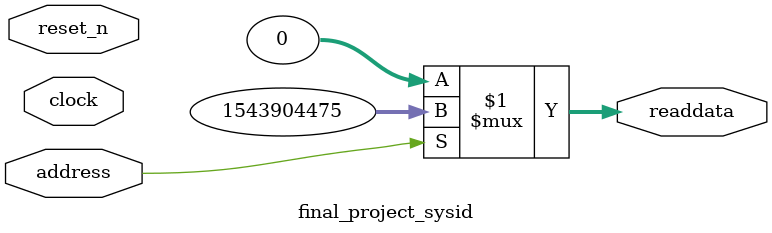
<source format=v>



// synthesis translate_off
`timescale 1ns / 1ps
// synthesis translate_on

// turn off superfluous verilog processor warnings 
// altera message_level Level1 
// altera message_off 10034 10035 10036 10037 10230 10240 10030 

module final_project_sysid (
               // inputs:
                address,
                clock,
                reset_n,

               // outputs:
                readdata
             )
;

  output  [ 31: 0] readdata;
  input            address;
  input            clock;
  input            reset_n;

  wire    [ 31: 0] readdata;
  //control_slave, which is an e_avalon_slave
  assign readdata = address ? 1543904475 : 0;

endmodule



</source>
